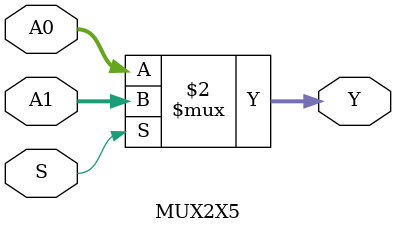
<source format=v>
`timescale 1ns / 1ps


module MUX2X5(A0,A1,S,Y);
    input [4:0]A0,A1;
    input S;
    output [4:0] Y;
    assign Y = (S==0)? A0 : A1;
endmodule

</source>
